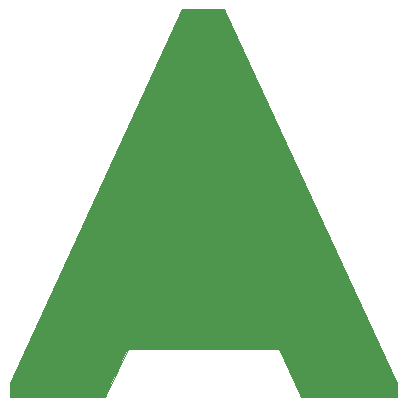
<source format=gbo>
G04 #@! TF.FileFunction,Legend,Bot*
%FSLAX46Y46*%
G04 Gerber Fmt 4.6, Leading zero omitted, Abs format (unit mm)*
G04 Created by KiCad (PCBNEW 4.0.0-rc2-stable) date 3/3/2016 3:07:13 PM*
%MOMM*%
G01*
G04 APERTURE LIST*
%ADD10C,0.150000*%
%ADD11C,0.025400*%
G04 APERTURE END LIST*
D10*
D11*
G36*
X84120040Y-49953157D02*
X84120040Y-51140860D01*
X76035772Y-51140860D01*
X74139151Y-47070911D01*
X74136157Y-47066855D01*
X74131821Y-47064283D01*
X74127641Y-47063575D01*
X61339486Y-47062907D01*
X61334545Y-47063907D01*
X61330382Y-47066751D01*
X61327973Y-47070243D01*
X59431390Y-51140860D01*
X51347140Y-51140860D01*
X51347140Y-49953167D01*
X65935059Y-18320054D01*
X69485413Y-18320054D01*
X84120040Y-49953157D01*
X84120040Y-49953157D01*
G37*
X84120040Y-49953157D02*
X84120040Y-51140860D01*
X76035772Y-51140860D01*
X74139151Y-47070911D01*
X74136157Y-47066855D01*
X74131821Y-47064283D01*
X74127641Y-47063575D01*
X61339486Y-47062907D01*
X61334545Y-47063907D01*
X61330382Y-47066751D01*
X61327973Y-47070243D01*
X59431390Y-51140860D01*
X51347140Y-51140860D01*
X51347140Y-49953167D01*
X65935059Y-18320054D01*
X69485413Y-18320054D01*
X84120040Y-49953157D01*
M02*

</source>
